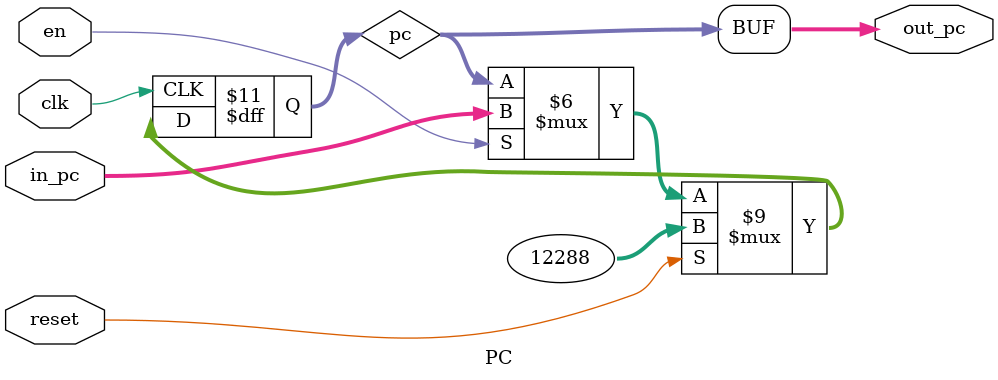
<source format=v>
`timescale 1ns / 1ps
module PC(
    input [31:0] in_pc,
    input clk,
    input reset,
	 input en,
    output [31:0] out_pc
    );
	reg [31:0] pc;
	initial begin 
		pc <= 32'h00003000;
	end
	always @(posedge clk) begin
		if(reset == 1) begin
			pc <= 32'h00003000;
		end
		else if (en == 0) begin
			pc <= pc;
		end
		else begin 
			pc <= in_pc;
		end 
	end
	assign out_pc = pc;

endmodule

</source>
